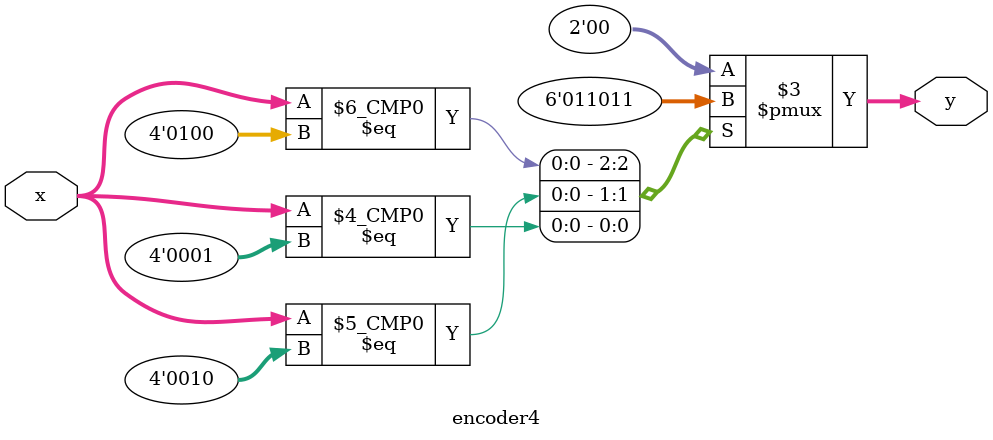
<source format=v>
module encoder4(x, y);
    input [3:0] x;     
    output [1:0] y;  
    reg y;    

    always @(*)         // Continuous assignment
    begin
        case(x)
            4'b1000 : y = 2'b00; 
            4'b0100 : y = 2'b01; 
            4'b0010 : y = 2'b10;
            4'b0001 : y = 2'b11; 
            default: y = 2'b00; 
        endcase
    end
endmodule

</source>
